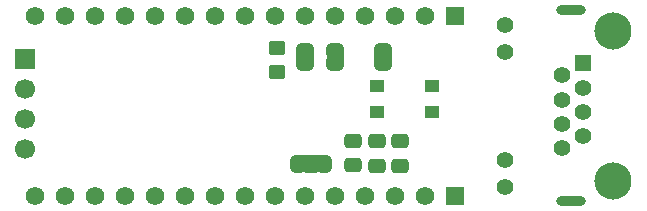
<source format=gbr>
%TF.GenerationSoftware,KiCad,Pcbnew,9.0.1*%
%TF.CreationDate,2025-04-24T23:24:54-04:00*%
%TF.ProjectId,can-nano-shield-rj45,63616e2d-6e61-46e6-9f2d-736869656c64,rev?*%
%TF.SameCoordinates,Original*%
%TF.FileFunction,Soldermask,Top*%
%TF.FilePolarity,Negative*%
%FSLAX46Y46*%
G04 Gerber Fmt 4.6, Leading zero omitted, Abs format (unit mm)*
G04 Created by KiCad (PCBNEW 9.0.1) date 2025-04-24 23:24:54*
%MOMM*%
%LPD*%
G01*
G04 APERTURE LIST*
G04 Aperture macros list*
%AMRoundRect*
0 Rectangle with rounded corners*
0 $1 Rounding radius*
0 $2 $3 $4 $5 $6 $7 $8 $9 X,Y pos of 4 corners*
0 Add a 4 corners polygon primitive as box body*
4,1,4,$2,$3,$4,$5,$6,$7,$8,$9,$2,$3,0*
0 Add four circle primitives for the rounded corners*
1,1,$1+$1,$2,$3*
1,1,$1+$1,$4,$5*
1,1,$1+$1,$6,$7*
1,1,$1+$1,$8,$9*
0 Add four rect primitives between the rounded corners*
20,1,$1+$1,$2,$3,$4,$5,0*
20,1,$1+$1,$4,$5,$6,$7,0*
20,1,$1+$1,$6,$7,$8,$9,0*
20,1,$1+$1,$8,$9,$2,$3,0*%
%AMFreePoly0*
4,1,23,0.550000,-0.750000,0.000000,-0.750000,0.000000,-0.745722,-0.065263,-0.745722,-0.191342,-0.711940,-0.304381,-0.646677,-0.396677,-0.554381,-0.461940,-0.441342,-0.495722,-0.315263,-0.495722,-0.250000,-0.500000,-0.250000,-0.500000,0.250000,-0.495722,0.250000,-0.495722,0.315263,-0.461940,0.441342,-0.396677,0.554381,-0.304381,0.646677,-0.191342,0.711940,-0.065263,0.745722,0.000000,0.745722,
0.000000,0.750000,0.550000,0.750000,0.550000,-0.750000,0.550000,-0.750000,$1*%
%AMFreePoly1*
4,1,23,0.000000,0.745722,0.065263,0.745722,0.191342,0.711940,0.304381,0.646677,0.396677,0.554381,0.461940,0.441342,0.495722,0.315263,0.495722,0.250000,0.500000,0.250000,0.500000,-0.250000,0.495722,-0.250000,0.495722,-0.315263,0.461940,-0.441342,0.396677,-0.554381,0.304381,-0.646677,0.191342,-0.711940,0.065263,-0.745722,0.000000,-0.745722,0.000000,-0.750000,-0.550000,-0.750000,
-0.550000,0.750000,0.000000,0.750000,0.000000,0.745722,0.000000,0.745722,$1*%
%AMFreePoly2*
4,1,23,0.500000,-0.750000,0.000000,-0.750000,0.000000,-0.745722,-0.065263,-0.745722,-0.191342,-0.711940,-0.304381,-0.646677,-0.396677,-0.554381,-0.461940,-0.441342,-0.495722,-0.315263,-0.495722,-0.250000,-0.500000,-0.250000,-0.500000,0.250000,-0.495722,0.250000,-0.495722,0.315263,-0.461940,0.441342,-0.396677,0.554381,-0.304381,0.646677,-0.191342,0.711940,-0.065263,0.745722,0.000000,0.745722,
0.000000,0.750000,0.500000,0.750000,0.500000,-0.750000,0.500000,-0.750000,$1*%
%AMFreePoly3*
4,1,23,0.000000,0.745722,0.065263,0.745722,0.191342,0.711940,0.304381,0.646677,0.396677,0.554381,0.461940,0.441342,0.495722,0.315263,0.495722,0.250000,0.500000,0.250000,0.500000,-0.250000,0.495722,-0.250000,0.495722,-0.315263,0.461940,-0.441342,0.396677,-0.554381,0.304381,-0.646677,0.191342,-0.711940,0.065263,-0.745722,0.000000,-0.745722,0.000000,-0.750000,-0.500000,-0.750000,
-0.500000,0.750000,0.000000,0.750000,0.000000,0.745722,0.000000,0.745722,$1*%
G04 Aperture macros list end*
%ADD10RoundRect,0.250000X0.475000X-0.337500X0.475000X0.337500X-0.475000X0.337500X-0.475000X-0.337500X0*%
%ADD11FreePoly0,180.000000*%
%ADD12R,1.000000X1.500000*%
%ADD13FreePoly1,180.000000*%
%ADD14FreePoly2,270.000000*%
%ADD15FreePoly3,270.000000*%
%ADD16C,3.150000*%
%ADD17R,1.400000X1.400000*%
%ADD18C,1.400000*%
%ADD19O,2.500000X0.800000*%
%ADD20RoundRect,0.102000X0.685000X0.685000X-0.685000X0.685000X-0.685000X-0.685000X0.685000X-0.685000X0*%
%ADD21C,1.574000*%
%ADD22RoundRect,0.250000X-0.450000X0.350000X-0.450000X-0.350000X0.450000X-0.350000X0.450000X0.350000X0*%
%ADD23R,1.219200X0.990600*%
%ADD24R,1.700000X1.700000*%
%ADD25C,1.700000*%
G04 APERTURE END LIST*
%TO.C,JP1*%
G36*
X139940000Y-97962500D02*
G01*
X138440000Y-97962500D01*
X138440000Y-96462500D01*
X139940000Y-96462500D01*
X139940000Y-97962500D01*
G37*
%TO.C,JP2*%
G36*
X139450000Y-88050000D02*
G01*
X137950000Y-88050000D01*
X137950000Y-88350000D01*
X139450000Y-88350000D01*
X139450000Y-88050000D01*
G37*
%TO.C,JP3*%
G36*
X142025000Y-88050000D02*
G01*
X140525000Y-88050000D01*
X140525000Y-88350000D01*
X142025000Y-88350000D01*
X142025000Y-88050000D01*
G37*
%TO.C,JP4*%
G36*
X146050000Y-88025000D02*
G01*
X144550000Y-88025000D01*
X144550000Y-88325000D01*
X146050000Y-88325000D01*
X146050000Y-88025000D01*
G37*
%TD*%
D10*
%TO.C,C9*%
X142780000Y-97367500D03*
X142780000Y-95292500D03*
%TD*%
D11*
%TO.C,JP1*%
X140490000Y-97212500D03*
D12*
X139190000Y-97212500D03*
D13*
X137890000Y-97212500D03*
%TD*%
D14*
%TO.C,JP2*%
X138700000Y-87550000D03*
D15*
X138700000Y-88850000D03*
%TD*%
D14*
%TO.C,JP3*%
X141275000Y-87550000D03*
D15*
X141275000Y-88850000D03*
%TD*%
D16*
%TO.C,J4*%
X164800000Y-98650000D03*
X164800000Y-85950000D03*
D17*
X162260000Y-88730000D03*
D18*
X160480000Y-89750000D03*
X162260000Y-90770000D03*
X160480000Y-91790000D03*
X162260000Y-92810000D03*
X160480000Y-93830000D03*
X162260000Y-94850000D03*
X160480000Y-95870000D03*
X155660000Y-99160000D03*
X155660000Y-96870000D03*
X155660000Y-87730000D03*
X155660000Y-85440000D03*
D19*
X161240000Y-84200000D03*
X161240000Y-100400000D03*
%TD*%
D20*
%TO.C,J2*%
X151400000Y-99930000D03*
D21*
X148860000Y-99930000D03*
X146320000Y-99930000D03*
X143780000Y-99930000D03*
X141240000Y-99930000D03*
X138700000Y-99930000D03*
X136160000Y-99930000D03*
X133620000Y-99930000D03*
X131080000Y-99930000D03*
X128540000Y-99930000D03*
X126000000Y-99930000D03*
X123460000Y-99930000D03*
X120920000Y-99930000D03*
X118380000Y-99930000D03*
X115840000Y-99930000D03*
%TD*%
D22*
%TO.C,R1*%
X136325000Y-87425000D03*
X136325000Y-89425000D03*
%TD*%
D10*
%TO.C,C11*%
X146760000Y-97377500D03*
X146760000Y-95302500D03*
%TD*%
D14*
%TO.C,JP4*%
X145300000Y-87525000D03*
D15*
X145300000Y-88825000D03*
%TD*%
D10*
%TO.C,C10*%
X144780000Y-97377500D03*
X144780000Y-95302500D03*
%TD*%
D23*
%TO.C,T1*%
X144781000Y-92875000D03*
X149480000Y-92875000D03*
X149480000Y-90675000D03*
X144781000Y-90675000D03*
%TD*%
D20*
%TO.C,J1*%
X151405000Y-84700000D03*
D21*
X148865000Y-84700000D03*
X146325000Y-84700000D03*
X143785000Y-84700000D03*
X141245000Y-84700000D03*
X138705000Y-84700000D03*
X136165000Y-84700000D03*
X133625000Y-84700000D03*
X131085000Y-84700000D03*
X128545000Y-84700000D03*
X126005000Y-84700000D03*
X123465000Y-84700000D03*
X120925000Y-84700000D03*
X118385000Y-84700000D03*
X115845000Y-84700000D03*
%TD*%
D24*
%TO.C,J3*%
X115025000Y-88375000D03*
D25*
X115025000Y-90915000D03*
X115025000Y-93455000D03*
X115025000Y-95995000D03*
%TD*%
M02*

</source>
